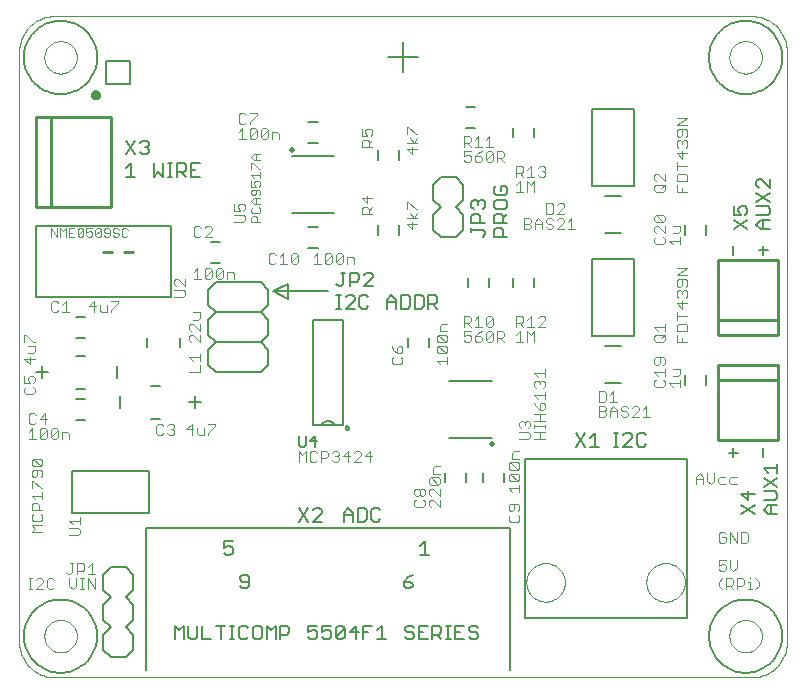
<source format=gto>
G75*
G70*
%OFA0B0*%
%FSLAX24Y24*%
%IPPOS*%
%LPD*%
%AMOC8*
5,1,8,0,0,1.08239X$1,22.5*
%
%ADD10C,0.0050*%
%ADD11C,0.0100*%
%ADD12C,0.0080*%
%ADD13C,0.0040*%
%ADD14C,0.0060*%
%ADD15C,0.0200*%
%ADD16C,0.0030*%
%ADD17C,0.0000*%
%ADD18C,0.0160*%
D10*
X002543Y003889D02*
X002545Y003959D01*
X002551Y004028D01*
X002561Y004097D01*
X002575Y004165D01*
X002592Y004233D01*
X002614Y004299D01*
X002639Y004364D01*
X002668Y004427D01*
X002701Y004489D01*
X002737Y004549D01*
X002776Y004606D01*
X002819Y004661D01*
X002864Y004714D01*
X002913Y004764D01*
X002964Y004811D01*
X003018Y004855D01*
X003074Y004896D01*
X003133Y004934D01*
X003194Y004968D01*
X003256Y004999D01*
X003320Y005026D01*
X003386Y005049D01*
X003453Y005069D01*
X003521Y005085D01*
X003589Y005097D01*
X003659Y005105D01*
X003728Y005109D01*
X003798Y005109D01*
X003867Y005105D01*
X003937Y005097D01*
X004005Y005085D01*
X004073Y005069D01*
X004140Y005049D01*
X004206Y005026D01*
X004270Y004999D01*
X004332Y004968D01*
X004393Y004934D01*
X004452Y004896D01*
X004508Y004855D01*
X004562Y004811D01*
X004613Y004764D01*
X004662Y004714D01*
X004707Y004661D01*
X004750Y004606D01*
X004789Y004549D01*
X004825Y004489D01*
X004858Y004427D01*
X004887Y004364D01*
X004912Y004299D01*
X004934Y004233D01*
X004951Y004165D01*
X004965Y004097D01*
X004975Y004028D01*
X004981Y003959D01*
X004983Y003889D01*
X004981Y003819D01*
X004975Y003750D01*
X004965Y003681D01*
X004951Y003613D01*
X004934Y003545D01*
X004912Y003479D01*
X004887Y003414D01*
X004858Y003351D01*
X004825Y003289D01*
X004789Y003229D01*
X004750Y003172D01*
X004707Y003117D01*
X004662Y003064D01*
X004613Y003014D01*
X004562Y002967D01*
X004508Y002923D01*
X004452Y002882D01*
X004393Y002844D01*
X004332Y002810D01*
X004270Y002779D01*
X004206Y002752D01*
X004140Y002729D01*
X004073Y002709D01*
X004005Y002693D01*
X003937Y002681D01*
X003867Y002673D01*
X003798Y002669D01*
X003728Y002669D01*
X003659Y002673D01*
X003589Y002681D01*
X003521Y002693D01*
X003453Y002709D01*
X003386Y002729D01*
X003320Y002752D01*
X003256Y002779D01*
X003194Y002810D01*
X003133Y002844D01*
X003074Y002882D01*
X003018Y002923D01*
X002964Y002967D01*
X002913Y003014D01*
X002864Y003064D01*
X002819Y003117D01*
X002776Y003172D01*
X002737Y003229D01*
X002701Y003289D01*
X002668Y003351D01*
X002639Y003414D01*
X002614Y003479D01*
X002592Y003545D01*
X002575Y003613D01*
X002561Y003681D01*
X002551Y003750D01*
X002545Y003819D01*
X002543Y003889D01*
X006615Y002761D02*
X006615Y007481D01*
X018745Y007481D01*
X018745Y002761D01*
X017686Y003861D02*
X017611Y003786D01*
X017461Y003786D01*
X017386Y003861D01*
X017461Y004011D02*
X017611Y004011D01*
X017686Y003936D01*
X017686Y003861D01*
X017461Y004011D02*
X017386Y004086D01*
X017386Y004161D01*
X017461Y004236D01*
X017611Y004236D01*
X017686Y004161D01*
X017226Y004236D02*
X016925Y004236D01*
X016925Y003786D01*
X017226Y003786D01*
X017075Y004011D02*
X016925Y004011D01*
X016768Y004236D02*
X016618Y004236D01*
X016693Y004236D02*
X016693Y003786D01*
X016618Y003786D02*
X016768Y003786D01*
X016458Y003786D02*
X016308Y003936D01*
X016383Y003936D02*
X016158Y003936D01*
X016158Y003786D02*
X016158Y004236D01*
X016383Y004236D01*
X016458Y004161D01*
X016458Y004011D01*
X016383Y003936D01*
X015998Y003786D02*
X015698Y003786D01*
X015698Y004236D01*
X015998Y004236D01*
X015848Y004011D02*
X015698Y004011D01*
X015537Y003936D02*
X015537Y003861D01*
X015462Y003786D01*
X015312Y003786D01*
X015237Y003861D01*
X015312Y004011D02*
X015462Y004011D01*
X015537Y003936D01*
X015537Y004161D02*
X015462Y004236D01*
X015312Y004236D01*
X015237Y004161D01*
X015237Y004086D01*
X015312Y004011D01*
X014617Y003786D02*
X014316Y003786D01*
X014466Y003786D02*
X014466Y004236D01*
X014316Y004086D01*
X014156Y004236D02*
X013856Y004236D01*
X013856Y003786D01*
X013856Y004011D02*
X014006Y004011D01*
X013696Y004011D02*
X013396Y004011D01*
X013621Y004236D01*
X013621Y003786D01*
X013235Y003861D02*
X013235Y004161D01*
X012935Y003861D01*
X013010Y003786D01*
X013160Y003786D01*
X013235Y003861D01*
X012935Y003861D02*
X012935Y004161D01*
X013010Y004236D01*
X013160Y004236D01*
X013235Y004161D01*
X012775Y004236D02*
X012475Y004236D01*
X012475Y004011D01*
X012625Y004086D01*
X012700Y004086D01*
X012775Y004011D01*
X012775Y003861D01*
X012700Y003786D01*
X012550Y003786D01*
X012475Y003861D01*
X012315Y003861D02*
X012315Y004011D01*
X012240Y004086D01*
X012165Y004086D01*
X012014Y004011D01*
X012014Y004236D01*
X012315Y004236D01*
X012315Y003861D02*
X012240Y003786D01*
X012089Y003786D01*
X012014Y003861D01*
X011394Y004011D02*
X011319Y003936D01*
X011094Y003936D01*
X011094Y003786D02*
X011094Y004236D01*
X011319Y004236D01*
X011394Y004161D01*
X011394Y004011D01*
X010933Y004236D02*
X010933Y003786D01*
X010633Y003786D02*
X010633Y004236D01*
X010783Y004086D01*
X010933Y004236D01*
X010473Y004161D02*
X010473Y003861D01*
X010398Y003786D01*
X010248Y003786D01*
X010173Y003861D01*
X010173Y004161D01*
X010248Y004236D01*
X010398Y004236D01*
X010473Y004161D01*
X010013Y004161D02*
X009938Y004236D01*
X009788Y004236D01*
X009712Y004161D01*
X009712Y003861D01*
X009788Y003786D01*
X009938Y003786D01*
X010013Y003861D01*
X009556Y003786D02*
X009406Y003786D01*
X009481Y003786D02*
X009481Y004236D01*
X009406Y004236D02*
X009556Y004236D01*
X009245Y004236D02*
X008945Y004236D01*
X009095Y004236D02*
X009095Y003786D01*
X008785Y003786D02*
X008485Y003786D01*
X008485Y004236D01*
X008325Y004236D02*
X008325Y003861D01*
X008250Y003786D01*
X008099Y003786D01*
X008024Y003861D01*
X008024Y004236D01*
X007864Y004236D02*
X007714Y004086D01*
X007564Y004236D01*
X007564Y003786D01*
X007864Y003786D02*
X007864Y004236D01*
X009748Y005552D02*
X009823Y005477D01*
X009974Y005477D01*
X010049Y005552D01*
X010049Y005852D01*
X009974Y005927D01*
X009823Y005927D01*
X009748Y005852D01*
X009748Y005777D01*
X009823Y005702D01*
X010049Y005702D01*
X009428Y006595D02*
X009278Y006595D01*
X009203Y006670D01*
X009203Y006820D02*
X009353Y006895D01*
X009428Y006895D01*
X009503Y006820D01*
X009503Y006670D01*
X009428Y006595D01*
X009203Y006820D02*
X009203Y007045D01*
X009503Y007045D01*
X011705Y007705D02*
X012005Y008155D01*
X012165Y008080D02*
X012240Y008155D01*
X012391Y008155D01*
X012466Y008080D01*
X012466Y008005D01*
X012165Y007705D01*
X012466Y007705D01*
X012005Y007705D02*
X011705Y008155D01*
X013205Y008005D02*
X013205Y007705D01*
X013205Y007930D02*
X013505Y007930D01*
X013505Y008005D02*
X013505Y007705D01*
X013665Y007705D02*
X013665Y008155D01*
X013891Y008155D01*
X013966Y008080D01*
X013966Y007780D01*
X013891Y007705D01*
X013665Y007705D01*
X013505Y008005D02*
X013355Y008155D01*
X013205Y008005D01*
X014126Y008080D02*
X014126Y007780D01*
X014201Y007705D01*
X014351Y007705D01*
X014426Y007780D01*
X014426Y008080D02*
X014351Y008155D01*
X014201Y008155D01*
X014126Y008080D01*
X015746Y006895D02*
X015897Y007045D01*
X015897Y006595D01*
X016047Y006595D02*
X015746Y006595D01*
X015501Y005927D02*
X015351Y005852D01*
X015201Y005702D01*
X015426Y005702D01*
X015501Y005627D01*
X015501Y005552D01*
X015426Y005477D01*
X015276Y005477D01*
X015201Y005552D01*
X015201Y005702D01*
X012248Y010205D02*
X012248Y010555D01*
X012073Y010380D01*
X012307Y010380D01*
X011939Y010263D02*
X011939Y010555D01*
X011705Y010555D02*
X011705Y010263D01*
X011763Y010205D01*
X011880Y010205D01*
X011939Y010263D01*
X012480Y010930D02*
X012493Y010955D01*
X012509Y010978D01*
X012527Y011000D01*
X012549Y011018D01*
X012572Y011034D01*
X012597Y011047D01*
X012624Y011056D01*
X012652Y011061D01*
X012680Y011063D01*
X012708Y011061D01*
X012736Y011056D01*
X012763Y011047D01*
X012788Y011034D01*
X012811Y011018D01*
X012833Y011000D01*
X012851Y010978D01*
X012867Y010955D01*
X012880Y010930D01*
X012955Y014805D02*
X013105Y014805D01*
X013030Y014805D02*
X013030Y015255D01*
X012955Y015255D02*
X013105Y015255D01*
X013262Y015180D02*
X013337Y015255D01*
X013487Y015255D01*
X013562Y015180D01*
X013562Y015105D01*
X013262Y014805D01*
X013562Y014805D01*
X013722Y014880D02*
X013722Y015180D01*
X013797Y015255D01*
X013948Y015255D01*
X014023Y015180D01*
X014023Y014880D02*
X013948Y014805D01*
X013797Y014805D01*
X013722Y014880D01*
X013876Y015555D02*
X014176Y015855D01*
X014176Y015930D01*
X014101Y016005D01*
X013951Y016005D01*
X013876Y015930D01*
X013716Y015930D02*
X013716Y015780D01*
X013641Y015705D01*
X013415Y015705D01*
X013415Y015555D02*
X013415Y016005D01*
X013641Y016005D01*
X013716Y015930D01*
X013876Y015555D02*
X014176Y015555D01*
X014643Y015105D02*
X014793Y015255D01*
X014943Y015105D01*
X014943Y014805D01*
X015103Y014805D02*
X015329Y014805D01*
X015404Y014880D01*
X015404Y015180D01*
X015329Y015255D01*
X015103Y015255D01*
X015103Y014805D01*
X014943Y015030D02*
X014643Y015030D01*
X014643Y015105D02*
X014643Y014805D01*
X015564Y014805D02*
X015789Y014805D01*
X015864Y014880D01*
X015864Y015180D01*
X015789Y015255D01*
X015564Y015255D01*
X015564Y014805D01*
X016024Y014805D02*
X016024Y015255D01*
X016249Y015255D01*
X016325Y015180D01*
X016325Y015030D01*
X016249Y014955D01*
X016024Y014955D01*
X016174Y014955D02*
X016325Y014805D01*
X017455Y017355D02*
X017455Y017505D01*
X017455Y017430D02*
X017830Y017430D01*
X017905Y017355D01*
X017905Y017280D01*
X017830Y017205D01*
X018205Y017205D02*
X018205Y017430D01*
X018280Y017505D01*
X018430Y017505D01*
X018505Y017430D01*
X018505Y017205D01*
X018655Y017205D02*
X018205Y017205D01*
X018205Y017665D02*
X018205Y017891D01*
X018280Y017966D01*
X018430Y017966D01*
X018505Y017891D01*
X018505Y017665D01*
X018655Y017665D02*
X018205Y017665D01*
X017905Y017665D02*
X017455Y017665D01*
X017455Y017891D01*
X017530Y017966D01*
X017680Y017966D01*
X017755Y017891D01*
X017755Y017665D01*
X017830Y018126D02*
X017905Y018201D01*
X017905Y018351D01*
X017830Y018426D01*
X017755Y018426D01*
X017680Y018351D01*
X017680Y018276D01*
X017680Y018351D02*
X017605Y018426D01*
X017530Y018426D01*
X017455Y018351D01*
X017455Y018201D01*
X017530Y018126D01*
X018205Y018201D02*
X018280Y018126D01*
X018580Y018126D01*
X018655Y018201D01*
X018655Y018351D01*
X018580Y018426D01*
X018280Y018426D01*
X018205Y018351D01*
X018205Y018201D01*
X018280Y018586D02*
X018205Y018661D01*
X018205Y018811D01*
X018280Y018886D01*
X018430Y018886D02*
X018430Y018736D01*
X018430Y018886D02*
X018580Y018886D01*
X018655Y018811D01*
X018655Y018661D01*
X018580Y018586D01*
X018280Y018586D01*
X018655Y017966D02*
X018505Y017816D01*
X013255Y016005D02*
X013105Y016005D01*
X013180Y016005D02*
X013180Y015630D01*
X013105Y015555D01*
X013030Y015555D01*
X012955Y015630D01*
X008404Y019205D02*
X008103Y019205D01*
X008103Y019655D01*
X008404Y019655D01*
X008254Y019430D02*
X008103Y019430D01*
X007943Y019430D02*
X007868Y019355D01*
X007643Y019355D01*
X007643Y019205D02*
X007643Y019655D01*
X007868Y019655D01*
X007943Y019580D01*
X007943Y019430D01*
X007793Y019355D02*
X007943Y019205D01*
X007486Y019205D02*
X007336Y019205D01*
X007411Y019205D02*
X007411Y019655D01*
X007336Y019655D02*
X007486Y019655D01*
X007176Y019655D02*
X007176Y019205D01*
X007026Y019355D01*
X006876Y019205D01*
X006876Y019655D01*
X006641Y019955D02*
X006490Y019955D01*
X006415Y020030D01*
X006255Y019955D02*
X005955Y020405D01*
X006255Y020405D02*
X005955Y019955D01*
X006105Y019655D02*
X006105Y019205D01*
X005955Y019205D02*
X006255Y019205D01*
X005955Y019505D02*
X006105Y019655D01*
X006641Y019955D02*
X006716Y020030D01*
X006716Y020105D01*
X006641Y020180D01*
X006566Y020180D01*
X006641Y020180D02*
X006716Y020255D01*
X006716Y020330D01*
X006641Y020405D01*
X006490Y020405D01*
X006415Y020330D01*
X006070Y022290D02*
X005290Y022290D01*
X005290Y023070D01*
X006070Y023070D01*
X002543Y023180D02*
X002545Y023250D01*
X002551Y023319D01*
X002561Y023388D01*
X002575Y023456D01*
X002592Y023524D01*
X002614Y023590D01*
X002639Y023655D01*
X002668Y023718D01*
X002701Y023780D01*
X002737Y023840D01*
X002776Y023897D01*
X002819Y023952D01*
X002864Y024005D01*
X002913Y024055D01*
X002964Y024102D01*
X003018Y024146D01*
X003074Y024187D01*
X003133Y024225D01*
X003194Y024259D01*
X003256Y024290D01*
X003320Y024317D01*
X003386Y024340D01*
X003453Y024360D01*
X003521Y024376D01*
X003589Y024388D01*
X003659Y024396D01*
X003728Y024400D01*
X003798Y024400D01*
X003867Y024396D01*
X003937Y024388D01*
X004005Y024376D01*
X004073Y024360D01*
X004140Y024340D01*
X004206Y024317D01*
X004270Y024290D01*
X004332Y024259D01*
X004393Y024225D01*
X004452Y024187D01*
X004508Y024146D01*
X004562Y024102D01*
X004613Y024055D01*
X004662Y024005D01*
X004707Y023952D01*
X004750Y023897D01*
X004789Y023840D01*
X004825Y023780D01*
X004858Y023718D01*
X004887Y023655D01*
X004912Y023590D01*
X004934Y023524D01*
X004951Y023456D01*
X004965Y023388D01*
X004975Y023319D01*
X004981Y023250D01*
X004983Y023180D01*
X004981Y023110D01*
X004975Y023041D01*
X004965Y022972D01*
X004951Y022904D01*
X004934Y022836D01*
X004912Y022770D01*
X004887Y022705D01*
X004858Y022642D01*
X004825Y022580D01*
X004789Y022520D01*
X004750Y022463D01*
X004707Y022408D01*
X004662Y022355D01*
X004613Y022305D01*
X004562Y022258D01*
X004508Y022214D01*
X004452Y022173D01*
X004393Y022135D01*
X004332Y022101D01*
X004270Y022070D01*
X004206Y022043D01*
X004140Y022020D01*
X004073Y022000D01*
X004005Y021984D01*
X003937Y021972D01*
X003867Y021964D01*
X003798Y021960D01*
X003728Y021960D01*
X003659Y021964D01*
X003589Y021972D01*
X003521Y021984D01*
X003453Y022000D01*
X003386Y022020D01*
X003320Y022043D01*
X003256Y022070D01*
X003194Y022101D01*
X003133Y022135D01*
X003074Y022173D01*
X003018Y022214D01*
X002964Y022258D01*
X002913Y022305D01*
X002864Y022355D01*
X002819Y022408D01*
X002776Y022463D01*
X002737Y022520D01*
X002701Y022580D01*
X002668Y022642D01*
X002639Y022705D01*
X002614Y022770D01*
X002592Y022836D01*
X002575Y022904D01*
X002561Y022972D01*
X002551Y023041D01*
X002545Y023110D01*
X002543Y023180D01*
X002940Y017550D02*
X007440Y017550D01*
X007440Y015190D01*
X002940Y015190D01*
X002940Y017550D01*
X003130Y012880D02*
X003130Y012480D01*
X002930Y012680D02*
X003330Y012680D01*
X005630Y012480D02*
X005630Y012880D01*
X005730Y011880D02*
X005730Y011480D01*
X008030Y011680D02*
X008430Y011680D01*
X008230Y011880D02*
X008230Y011480D01*
X020955Y010655D02*
X021255Y010205D01*
X021415Y010205D02*
X021716Y010205D01*
X021566Y010205D02*
X021566Y010655D01*
X021415Y010505D01*
X021255Y010655D02*
X020955Y010205D01*
X022205Y010205D02*
X022355Y010205D01*
X022280Y010205D02*
X022280Y010655D01*
X022205Y010655D02*
X022355Y010655D01*
X022512Y010580D02*
X022587Y010655D01*
X022737Y010655D01*
X022812Y010580D01*
X022812Y010505D01*
X022512Y010205D01*
X022812Y010205D01*
X022972Y010280D02*
X023047Y010205D01*
X023198Y010205D01*
X023273Y010280D01*
X022972Y010280D02*
X022972Y010580D01*
X023047Y010655D01*
X023198Y010655D01*
X023273Y010580D01*
X026030Y009995D02*
X026330Y009995D01*
X026180Y009845D02*
X026180Y010145D01*
X027180Y010145D02*
X027180Y009845D01*
X027205Y009486D02*
X027655Y009486D01*
X027655Y009336D02*
X027655Y009636D01*
X027355Y009336D02*
X027205Y009486D01*
X027205Y009176D02*
X027655Y008876D01*
X027580Y008716D02*
X027655Y008641D01*
X027655Y008490D01*
X027580Y008415D01*
X027205Y008415D01*
X027355Y008255D02*
X027205Y008105D01*
X027355Y007955D01*
X027655Y007955D01*
X027430Y007955D02*
X027430Y008255D01*
X027355Y008255D02*
X027655Y008255D01*
X027580Y008716D02*
X027205Y008716D01*
X027205Y008876D02*
X027655Y009176D01*
X026905Y008641D02*
X026455Y008641D01*
X026680Y008415D01*
X026680Y008716D01*
X026905Y008255D02*
X026455Y007955D01*
X026455Y008255D02*
X026905Y007955D01*
X025377Y003889D02*
X025379Y003959D01*
X025385Y004028D01*
X025395Y004097D01*
X025409Y004165D01*
X025426Y004233D01*
X025448Y004299D01*
X025473Y004364D01*
X025502Y004427D01*
X025535Y004489D01*
X025571Y004549D01*
X025610Y004606D01*
X025653Y004661D01*
X025698Y004714D01*
X025747Y004764D01*
X025798Y004811D01*
X025852Y004855D01*
X025908Y004896D01*
X025967Y004934D01*
X026028Y004968D01*
X026090Y004999D01*
X026154Y005026D01*
X026220Y005049D01*
X026287Y005069D01*
X026355Y005085D01*
X026423Y005097D01*
X026493Y005105D01*
X026562Y005109D01*
X026632Y005109D01*
X026701Y005105D01*
X026771Y005097D01*
X026839Y005085D01*
X026907Y005069D01*
X026974Y005049D01*
X027040Y005026D01*
X027104Y004999D01*
X027166Y004968D01*
X027227Y004934D01*
X027286Y004896D01*
X027342Y004855D01*
X027396Y004811D01*
X027447Y004764D01*
X027496Y004714D01*
X027541Y004661D01*
X027584Y004606D01*
X027623Y004549D01*
X027659Y004489D01*
X027692Y004427D01*
X027721Y004364D01*
X027746Y004299D01*
X027768Y004233D01*
X027785Y004165D01*
X027799Y004097D01*
X027809Y004028D01*
X027815Y003959D01*
X027817Y003889D01*
X027815Y003819D01*
X027809Y003750D01*
X027799Y003681D01*
X027785Y003613D01*
X027768Y003545D01*
X027746Y003479D01*
X027721Y003414D01*
X027692Y003351D01*
X027659Y003289D01*
X027623Y003229D01*
X027584Y003172D01*
X027541Y003117D01*
X027496Y003064D01*
X027447Y003014D01*
X027396Y002967D01*
X027342Y002923D01*
X027286Y002882D01*
X027227Y002844D01*
X027166Y002810D01*
X027104Y002779D01*
X027040Y002752D01*
X026974Y002729D01*
X026907Y002709D01*
X026839Y002693D01*
X026771Y002681D01*
X026701Y002673D01*
X026632Y002669D01*
X026562Y002669D01*
X026493Y002673D01*
X026423Y002681D01*
X026355Y002693D01*
X026287Y002709D01*
X026220Y002729D01*
X026154Y002752D01*
X026090Y002779D01*
X026028Y002810D01*
X025967Y002844D01*
X025908Y002882D01*
X025852Y002923D01*
X025798Y002967D01*
X025747Y003014D01*
X025698Y003064D01*
X025653Y003117D01*
X025610Y003172D01*
X025571Y003229D01*
X025535Y003289D01*
X025502Y003351D01*
X025473Y003414D01*
X025448Y003479D01*
X025426Y003545D01*
X025409Y003613D01*
X025395Y003681D01*
X025385Y003750D01*
X025379Y003819D01*
X025377Y003889D01*
X026180Y016605D02*
X026180Y016905D01*
X026205Y017455D02*
X026655Y017755D01*
X026580Y017915D02*
X026655Y017990D01*
X026655Y018141D01*
X026580Y018216D01*
X026430Y018216D01*
X026355Y018141D01*
X026355Y018066D01*
X026430Y017915D01*
X026205Y017915D01*
X026205Y018216D01*
X026205Y017755D02*
X026655Y017455D01*
X026955Y017605D02*
X027105Y017755D01*
X027405Y017755D01*
X027330Y017915D02*
X027405Y017990D01*
X027405Y018141D01*
X027330Y018216D01*
X026955Y018216D01*
X026955Y018376D02*
X027405Y018676D01*
X027405Y018836D02*
X027105Y019136D01*
X027030Y019136D01*
X026955Y019061D01*
X026955Y018911D01*
X027030Y018836D01*
X026955Y018676D02*
X027405Y018376D01*
X027405Y018836D02*
X027405Y019136D01*
X027330Y017915D02*
X026955Y017915D01*
X027180Y017755D02*
X027180Y017455D01*
X027105Y017455D02*
X026955Y017605D01*
X027105Y017455D02*
X027405Y017455D01*
X027180Y016905D02*
X027180Y016605D01*
X027030Y016755D02*
X027330Y016755D01*
X006070Y022290D02*
X006070Y023070D01*
X014680Y023180D02*
X015180Y023180D01*
X015180Y023680D01*
X015180Y023180D02*
X015180Y022680D01*
X015180Y023180D02*
X015680Y023180D01*
X025377Y023180D02*
X025379Y023250D01*
X025385Y023319D01*
X025395Y023388D01*
X025409Y023456D01*
X025426Y023524D01*
X025448Y023590D01*
X025473Y023655D01*
X025502Y023718D01*
X025535Y023780D01*
X025571Y023840D01*
X025610Y023897D01*
X025653Y023952D01*
X025698Y024005D01*
X025747Y024055D01*
X025798Y024102D01*
X025852Y024146D01*
X025908Y024187D01*
X025967Y024225D01*
X026028Y024259D01*
X026090Y024290D01*
X026154Y024317D01*
X026220Y024340D01*
X026287Y024360D01*
X026355Y024376D01*
X026423Y024388D01*
X026493Y024396D01*
X026562Y024400D01*
X026632Y024400D01*
X026701Y024396D01*
X026771Y024388D01*
X026839Y024376D01*
X026907Y024360D01*
X026974Y024340D01*
X027040Y024317D01*
X027104Y024290D01*
X027166Y024259D01*
X027227Y024225D01*
X027286Y024187D01*
X027342Y024146D01*
X027396Y024102D01*
X027447Y024055D01*
X027496Y024005D01*
X027541Y023952D01*
X027584Y023897D01*
X027623Y023840D01*
X027659Y023780D01*
X027692Y023718D01*
X027721Y023655D01*
X027746Y023590D01*
X027768Y023524D01*
X027785Y023456D01*
X027799Y023388D01*
X027809Y023319D01*
X027815Y023250D01*
X027817Y023180D01*
X027815Y023110D01*
X027809Y023041D01*
X027799Y022972D01*
X027785Y022904D01*
X027768Y022836D01*
X027746Y022770D01*
X027721Y022705D01*
X027692Y022642D01*
X027659Y022580D01*
X027623Y022520D01*
X027584Y022463D01*
X027541Y022408D01*
X027496Y022355D01*
X027447Y022305D01*
X027396Y022258D01*
X027342Y022214D01*
X027286Y022173D01*
X027227Y022135D01*
X027166Y022101D01*
X027104Y022070D01*
X027040Y022043D01*
X026974Y022020D01*
X026907Y022000D01*
X026839Y021984D01*
X026771Y021972D01*
X026701Y021964D01*
X026632Y021960D01*
X026562Y021960D01*
X026493Y021964D01*
X026423Y021972D01*
X026355Y021984D01*
X026287Y022000D01*
X026220Y022020D01*
X026154Y022043D01*
X026090Y022070D01*
X026028Y022101D01*
X025967Y022135D01*
X025908Y022173D01*
X025852Y022214D01*
X025798Y022258D01*
X025747Y022305D01*
X025698Y022355D01*
X025653Y022408D01*
X025610Y022463D01*
X025571Y022520D01*
X025535Y022580D01*
X025502Y022642D01*
X025473Y022705D01*
X025448Y022770D01*
X025426Y022836D01*
X025409Y022904D01*
X025395Y022972D01*
X025385Y023041D01*
X025379Y023110D01*
X025377Y023180D01*
D11*
X025680Y016430D02*
X027680Y016430D01*
X027680Y014430D01*
X025680Y014430D01*
X025680Y016430D01*
X025680Y014430D02*
X025680Y013930D01*
X027680Y013930D01*
X027680Y014430D01*
X027680Y012930D02*
X027680Y012430D01*
X025680Y012430D01*
X025680Y012930D01*
X027680Y012930D01*
X027680Y012430D02*
X027680Y010430D01*
X025680Y010430D01*
X025680Y012430D01*
X006180Y016680D02*
X005877Y016680D01*
X005483Y016680D02*
X005180Y016680D01*
X005430Y018180D02*
X003430Y018180D01*
X003430Y021180D01*
X005430Y021180D01*
X005430Y018180D01*
X003430Y018180D02*
X002930Y018180D01*
X002930Y021180D01*
X003430Y021180D01*
D12*
X010830Y015380D02*
X011330Y015630D01*
X011330Y015130D01*
X010830Y015380D01*
X012680Y015380D01*
X016180Y017430D02*
X016180Y017930D01*
X016430Y018180D01*
X016180Y018430D01*
X016180Y018930D01*
X016430Y019180D01*
X016930Y019180D01*
X017180Y018930D01*
X017180Y018430D01*
X016930Y018180D01*
X017180Y017930D01*
X017180Y017430D01*
X016930Y017180D01*
X016430Y017180D01*
X016180Y017430D01*
X021480Y016470D02*
X021480Y013890D01*
X022880Y013890D01*
X022880Y016470D01*
X021480Y016470D01*
X021480Y018890D02*
X021480Y021470D01*
X022880Y021470D01*
X022880Y018890D01*
X021480Y018890D01*
X013263Y010830D02*
X013265Y010845D01*
X013271Y010858D01*
X013280Y010870D01*
X013291Y010879D01*
X013305Y010885D01*
X013320Y010887D01*
X013335Y010885D01*
X013348Y010879D01*
X013360Y010870D01*
X013369Y010859D01*
X013375Y010845D01*
X013377Y010830D01*
X013375Y010815D01*
X013369Y010802D01*
X013360Y010790D01*
X013349Y010781D01*
X013335Y010775D01*
X013320Y010773D01*
X013305Y010775D01*
X013292Y010781D01*
X013280Y010790D01*
X013271Y010801D01*
X013265Y010815D01*
X013263Y010830D01*
X019230Y009780D02*
X019230Y004499D01*
X024630Y004499D01*
X024630Y009780D01*
X019230Y009780D01*
X006720Y009380D02*
X006720Y007980D01*
X004140Y007980D01*
X004140Y009380D01*
X006720Y009380D01*
X005930Y006180D02*
X005430Y006180D01*
X005180Y005930D01*
X005180Y005430D01*
X005430Y005180D01*
X005180Y004930D01*
X005180Y004430D01*
X005430Y004180D01*
X005180Y003930D01*
X005180Y003430D01*
X005430Y003180D01*
X005930Y003180D01*
X006180Y003430D01*
X006180Y003930D01*
X005930Y004180D01*
X006180Y004430D01*
X006180Y004930D01*
X005930Y005180D01*
X006180Y005430D01*
X006180Y005930D01*
X005930Y006180D01*
D13*
X004927Y005950D02*
X004687Y005950D01*
X004807Y005950D02*
X004807Y006310D01*
X004687Y006190D01*
X004559Y006130D02*
X004498Y006070D01*
X004318Y006070D01*
X004318Y005950D02*
X004318Y006310D01*
X004498Y006310D01*
X004559Y006250D01*
X004559Y006130D01*
X004539Y005810D02*
X004419Y005810D01*
X004479Y005810D02*
X004479Y005450D01*
X004419Y005450D02*
X004539Y005450D01*
X004664Y005450D02*
X004664Y005810D01*
X004905Y005450D01*
X004905Y005810D01*
X004291Y005810D02*
X004291Y005570D01*
X004171Y005450D01*
X004050Y005570D01*
X004050Y005810D01*
X004070Y005950D02*
X004130Y006010D01*
X004130Y006310D01*
X004070Y006310D02*
X004190Y006310D01*
X004070Y005950D02*
X004010Y005950D01*
X003950Y006010D01*
X003554Y005750D02*
X003494Y005810D01*
X003374Y005810D01*
X003314Y005750D01*
X003314Y005510D01*
X003374Y005450D01*
X003494Y005450D01*
X003554Y005510D01*
X003186Y005450D02*
X002946Y005450D01*
X003186Y005690D01*
X003186Y005750D01*
X003126Y005810D01*
X003006Y005810D01*
X002946Y005750D01*
X002820Y005810D02*
X002700Y005810D01*
X002760Y005810D02*
X002760Y005450D01*
X002700Y005450D02*
X002820Y005450D01*
X002800Y007350D02*
X002920Y007470D01*
X002800Y007590D01*
X003160Y007590D01*
X003100Y007718D02*
X002860Y007718D01*
X002800Y007778D01*
X002800Y007898D01*
X002860Y007959D01*
X002800Y008087D02*
X002800Y008267D01*
X002860Y008327D01*
X002980Y008327D01*
X003040Y008267D01*
X003040Y008087D01*
X003160Y008087D02*
X002800Y008087D01*
X003100Y007959D02*
X003160Y007898D01*
X003160Y007778D01*
X003100Y007718D01*
X003160Y007350D02*
X002800Y007350D01*
X004050Y007250D02*
X004350Y007250D01*
X004410Y007310D01*
X004410Y007430D01*
X004350Y007490D01*
X004050Y007490D01*
X004170Y007618D02*
X004050Y007738D01*
X004410Y007738D01*
X004410Y007618D02*
X004410Y007859D01*
X003160Y008455D02*
X003160Y008695D01*
X003160Y008575D02*
X002800Y008575D01*
X002920Y008455D01*
X002800Y008823D02*
X002800Y009063D01*
X002860Y009063D01*
X003100Y008823D01*
X003160Y008823D01*
X003100Y009192D02*
X003160Y009252D01*
X003160Y009372D01*
X003100Y009432D01*
X002860Y009432D01*
X002800Y009372D01*
X002800Y009252D01*
X002860Y009192D01*
X002920Y009192D01*
X002980Y009252D01*
X002980Y009432D01*
X003100Y009560D02*
X002860Y009560D01*
X002800Y009620D01*
X002800Y009740D01*
X002860Y009800D01*
X003100Y009560D01*
X003160Y009620D01*
X003160Y009740D01*
X003100Y009800D01*
X002860Y009800D01*
X002820Y010450D02*
X002820Y010810D01*
X002700Y010690D01*
X002700Y010450D02*
X002940Y010450D01*
X003068Y010510D02*
X003309Y010750D01*
X003309Y010510D01*
X003248Y010450D01*
X003128Y010450D01*
X003068Y010510D01*
X003068Y010750D01*
X003128Y010810D01*
X003248Y010810D01*
X003309Y010750D01*
X003437Y010750D02*
X003437Y010510D01*
X003677Y010750D01*
X003677Y010510D01*
X003617Y010450D01*
X003497Y010450D01*
X003437Y010510D01*
X003437Y010750D02*
X003497Y010810D01*
X003617Y010810D01*
X003677Y010750D01*
X003805Y010690D02*
X003985Y010690D01*
X004045Y010630D01*
X004045Y010450D01*
X003805Y010450D02*
X003805Y010690D01*
X003248Y010950D02*
X003248Y011310D01*
X003068Y011130D01*
X003309Y011130D01*
X002940Y011010D02*
X002880Y010950D01*
X002760Y010950D01*
X002700Y011010D01*
X002700Y011250D01*
X002760Y011310D01*
X002880Y011310D01*
X002940Y011250D01*
X002850Y011950D02*
X002610Y011950D01*
X002550Y012010D01*
X002550Y012130D01*
X002610Y012190D01*
X002550Y012318D02*
X002730Y012318D01*
X002670Y012438D01*
X002670Y012498D01*
X002730Y012559D01*
X002850Y012559D01*
X002910Y012498D01*
X002910Y012378D01*
X002850Y012318D01*
X002850Y012190D02*
X002910Y012130D01*
X002910Y012010D01*
X002850Y011950D01*
X002550Y012318D02*
X002550Y012559D01*
X002730Y012950D02*
X002730Y013190D01*
X002670Y013318D02*
X002850Y013318D01*
X002910Y013378D01*
X002910Y013559D01*
X002670Y013559D01*
X002550Y013687D02*
X002550Y013927D01*
X002610Y013927D01*
X002850Y013687D01*
X002910Y013687D01*
X002910Y013130D02*
X002550Y013130D01*
X002730Y012950D01*
X003510Y014700D02*
X003630Y014700D01*
X003690Y014760D01*
X003818Y014700D02*
X004059Y014700D01*
X003938Y014700D02*
X003938Y015060D01*
X003818Y014940D01*
X003690Y015000D02*
X003630Y015060D01*
X003510Y015060D01*
X003450Y015000D01*
X003450Y014760D01*
X003510Y014700D01*
X004700Y014880D02*
X004940Y014880D01*
X005068Y014940D02*
X005068Y014760D01*
X005128Y014700D01*
X005309Y014700D01*
X005309Y014940D01*
X005437Y015060D02*
X005677Y015060D01*
X005677Y015000D01*
X005437Y014760D01*
X005437Y014700D01*
X004880Y014700D02*
X004880Y015060D01*
X004700Y014880D01*
X007550Y015200D02*
X007850Y015200D01*
X007910Y015260D01*
X007910Y015380D01*
X007850Y015440D01*
X007550Y015440D01*
X007610Y015568D02*
X007550Y015628D01*
X007550Y015748D01*
X007610Y015809D01*
X007670Y015809D01*
X007910Y015568D01*
X007910Y015809D01*
X008200Y015800D02*
X008440Y015800D01*
X008320Y015800D02*
X008320Y016160D01*
X008200Y016040D01*
X008568Y016100D02*
X008628Y016160D01*
X008748Y016160D01*
X008809Y016100D01*
X008568Y015860D01*
X008628Y015800D01*
X008748Y015800D01*
X008809Y015860D01*
X008809Y016100D01*
X008937Y016100D02*
X008997Y016160D01*
X009117Y016160D01*
X009177Y016100D01*
X008937Y015860D01*
X008997Y015800D01*
X009117Y015800D01*
X009177Y015860D01*
X009177Y016100D01*
X009305Y016040D02*
X009485Y016040D01*
X009545Y015980D01*
X009545Y015800D01*
X009305Y015800D02*
X009305Y016040D01*
X008937Y016100D02*
X008937Y015860D01*
X008568Y015860D02*
X008568Y016100D01*
X008568Y017200D02*
X008809Y017440D01*
X008809Y017500D01*
X008748Y017560D01*
X008628Y017560D01*
X008568Y017500D01*
X008440Y017500D02*
X008380Y017560D01*
X008260Y017560D01*
X008200Y017500D01*
X008200Y017260D01*
X008260Y017200D01*
X008380Y017200D01*
X008440Y017260D01*
X008568Y017200D02*
X008809Y017200D01*
X009550Y017700D02*
X009850Y017700D01*
X009910Y017760D01*
X009910Y017880D01*
X009850Y017940D01*
X009550Y017940D01*
X009550Y018068D02*
X009730Y018068D01*
X009670Y018188D01*
X009670Y018248D01*
X009730Y018309D01*
X009850Y018309D01*
X009910Y018248D01*
X009910Y018128D01*
X009850Y018068D01*
X009550Y018068D02*
X009550Y018309D01*
X010760Y016660D02*
X010700Y016600D01*
X010700Y016360D01*
X010760Y016300D01*
X010880Y016300D01*
X010940Y016360D01*
X011068Y016300D02*
X011309Y016300D01*
X011188Y016300D02*
X011188Y016660D01*
X011068Y016540D01*
X010940Y016600D02*
X010880Y016660D01*
X010760Y016660D01*
X011437Y016600D02*
X011497Y016660D01*
X011617Y016660D01*
X011677Y016600D01*
X011437Y016360D01*
X011497Y016300D01*
X011617Y016300D01*
X011677Y016360D01*
X011677Y016600D01*
X011437Y016600D02*
X011437Y016360D01*
X012200Y016300D02*
X012440Y016300D01*
X012320Y016300D02*
X012320Y016660D01*
X012200Y016540D01*
X012568Y016600D02*
X012628Y016660D01*
X012748Y016660D01*
X012809Y016600D01*
X012568Y016360D01*
X012628Y016300D01*
X012748Y016300D01*
X012809Y016360D01*
X012809Y016600D01*
X012937Y016600D02*
X012997Y016660D01*
X013117Y016660D01*
X013177Y016600D01*
X012937Y016360D01*
X012997Y016300D01*
X013117Y016300D01*
X013177Y016360D01*
X013177Y016600D01*
X013305Y016540D02*
X013485Y016540D01*
X013545Y016480D01*
X013545Y016300D01*
X013305Y016300D02*
X013305Y016540D01*
X012937Y016600D02*
X012937Y016360D01*
X012568Y016360D02*
X012568Y016600D01*
X013800Y017950D02*
X013800Y018130D01*
X013860Y018190D01*
X013980Y018190D01*
X014040Y018130D01*
X014040Y017950D01*
X014160Y017950D02*
X013800Y017950D01*
X014040Y018070D02*
X014160Y018190D01*
X013980Y018318D02*
X013980Y018559D01*
X014160Y018498D02*
X013800Y018498D01*
X013980Y018318D01*
X015300Y018365D02*
X015300Y018125D01*
X015420Y017998D02*
X015540Y017818D01*
X015660Y017998D01*
X015660Y018125D02*
X015600Y018125D01*
X015360Y018365D01*
X015300Y018365D01*
X015300Y017818D02*
X015660Y017818D01*
X015660Y017630D02*
X015300Y017630D01*
X015480Y017450D01*
X015480Y017690D01*
X017260Y019700D02*
X017200Y019760D01*
X017260Y019700D02*
X017380Y019700D01*
X017440Y019760D01*
X017440Y019880D01*
X017380Y019940D01*
X017320Y019940D01*
X017200Y019880D01*
X017200Y020060D01*
X017440Y020060D01*
X017440Y020200D02*
X017320Y020320D01*
X017380Y020320D02*
X017200Y020320D01*
X017200Y020200D02*
X017200Y020560D01*
X017380Y020560D01*
X017440Y020500D01*
X017440Y020380D01*
X017380Y020320D01*
X017568Y020200D02*
X017809Y020200D01*
X017688Y020200D02*
X017688Y020560D01*
X017568Y020440D01*
X017809Y020060D02*
X017688Y020000D01*
X017568Y019880D01*
X017748Y019880D01*
X017809Y019820D01*
X017809Y019760D01*
X017748Y019700D01*
X017628Y019700D01*
X017568Y019760D01*
X017568Y019880D01*
X017937Y019760D02*
X018177Y020000D01*
X018177Y019760D01*
X018117Y019700D01*
X017997Y019700D01*
X017937Y019760D01*
X017937Y020000D01*
X017997Y020060D01*
X018117Y020060D01*
X018177Y020000D01*
X018305Y020060D02*
X018305Y019700D01*
X018305Y019820D02*
X018485Y019820D01*
X018545Y019880D01*
X018545Y020000D01*
X018485Y020060D01*
X018305Y020060D01*
X018177Y020200D02*
X017937Y020200D01*
X018057Y020200D02*
X018057Y020560D01*
X017937Y020440D01*
X018425Y019820D02*
X018545Y019700D01*
X018950Y019560D02*
X019130Y019560D01*
X019190Y019500D01*
X019190Y019380D01*
X019130Y019320D01*
X018950Y019320D01*
X018950Y019200D02*
X018950Y019560D01*
X019070Y019320D02*
X019190Y019200D01*
X019318Y019200D02*
X019559Y019200D01*
X019438Y019200D02*
X019438Y019560D01*
X019318Y019440D01*
X019687Y019500D02*
X019747Y019560D01*
X019867Y019560D01*
X019927Y019500D01*
X019927Y019440D01*
X019867Y019380D01*
X019927Y019320D01*
X019927Y019260D01*
X019867Y019200D01*
X019747Y019200D01*
X019687Y019260D01*
X019807Y019380D02*
X019867Y019380D01*
X019559Y019060D02*
X019559Y018700D01*
X019318Y018700D02*
X019318Y019060D01*
X019438Y018940D01*
X019559Y019060D01*
X019070Y019060D02*
X019070Y018700D01*
X018950Y018700D02*
X019190Y018700D01*
X018950Y018940D02*
X019070Y019060D01*
X019950Y018310D02*
X020130Y018310D01*
X020190Y018250D01*
X020190Y018010D01*
X020130Y017950D01*
X019950Y017950D01*
X019950Y018310D01*
X020318Y018250D02*
X020378Y018310D01*
X020498Y018310D01*
X020559Y018250D01*
X020559Y018190D01*
X020318Y017950D01*
X020559Y017950D01*
X020485Y017810D02*
X020365Y017810D01*
X020305Y017750D01*
X020177Y017750D02*
X020117Y017810D01*
X019997Y017810D01*
X019937Y017750D01*
X019937Y017690D01*
X019997Y017630D01*
X020117Y017630D01*
X020177Y017570D01*
X020177Y017510D01*
X020117Y017450D01*
X019997Y017450D01*
X019937Y017510D01*
X019809Y017450D02*
X019809Y017690D01*
X019688Y017810D01*
X019568Y017690D01*
X019568Y017450D01*
X019440Y017510D02*
X019380Y017450D01*
X019200Y017450D01*
X019200Y017810D01*
X019380Y017810D01*
X019440Y017750D01*
X019440Y017690D01*
X019380Y017630D01*
X019200Y017630D01*
X019380Y017630D02*
X019440Y017570D01*
X019440Y017510D01*
X019568Y017630D02*
X019809Y017630D01*
X020305Y017450D02*
X020545Y017690D01*
X020545Y017750D01*
X020485Y017810D01*
X020673Y017690D02*
X020793Y017810D01*
X020793Y017450D01*
X020673Y017450D02*
X020913Y017450D01*
X020545Y017450D02*
X020305Y017450D01*
X019867Y014560D02*
X019747Y014560D01*
X019687Y014500D01*
X019867Y014560D02*
X019927Y014500D01*
X019927Y014440D01*
X019687Y014200D01*
X019927Y014200D01*
X019559Y014200D02*
X019318Y014200D01*
X019438Y014200D02*
X019438Y014560D01*
X019318Y014440D01*
X019190Y014380D02*
X019130Y014320D01*
X018950Y014320D01*
X018950Y014200D02*
X018950Y014560D01*
X019130Y014560D01*
X019190Y014500D01*
X019190Y014380D01*
X019070Y014320D02*
X019190Y014200D01*
X019070Y014060D02*
X018950Y013940D01*
X019070Y014060D02*
X019070Y013700D01*
X018950Y013700D02*
X019190Y013700D01*
X019318Y013700D02*
X019318Y014060D01*
X019438Y013940D01*
X019559Y014060D01*
X019559Y013700D01*
X019910Y012777D02*
X019910Y012537D01*
X019910Y012657D02*
X019550Y012657D01*
X019670Y012537D01*
X019670Y012409D02*
X019730Y012349D01*
X019790Y012409D01*
X019850Y012409D01*
X019910Y012349D01*
X019910Y012229D01*
X019850Y012169D01*
X019910Y012041D02*
X019910Y011800D01*
X019910Y011921D02*
X019550Y011921D01*
X019670Y011800D01*
X019790Y011672D02*
X019730Y011612D01*
X019730Y011432D01*
X019850Y011432D01*
X019910Y011492D01*
X019910Y011612D01*
X019850Y011672D01*
X019790Y011672D01*
X019610Y011552D02*
X019730Y011432D01*
X019730Y011304D02*
X019730Y011064D01*
X019910Y011064D02*
X019550Y011064D01*
X019550Y010938D02*
X019550Y010818D01*
X019550Y010878D02*
X019910Y010878D01*
X019910Y010818D02*
X019910Y010938D01*
X019910Y010690D02*
X019550Y010690D01*
X019410Y010630D02*
X019410Y010510D01*
X019350Y010450D01*
X019050Y010450D01*
X019050Y010690D02*
X019350Y010690D01*
X019410Y010630D01*
X019350Y010818D02*
X019410Y010878D01*
X019410Y010998D01*
X019350Y011059D01*
X019290Y011059D01*
X019230Y010998D01*
X019230Y010938D01*
X019230Y010998D02*
X019170Y011059D01*
X019110Y011059D01*
X019050Y010998D01*
X019050Y010878D01*
X019110Y010818D01*
X019550Y010450D02*
X019910Y010450D01*
X019730Y010450D02*
X019730Y010690D01*
X019550Y011304D02*
X019910Y011304D01*
X019610Y011552D02*
X019550Y011672D01*
X019610Y012169D02*
X019550Y012229D01*
X019550Y012349D01*
X019610Y012409D01*
X019670Y012409D01*
X019730Y012349D02*
X019730Y012289D01*
X018545Y013700D02*
X018425Y013820D01*
X018485Y013820D02*
X018305Y013820D01*
X018305Y013700D02*
X018305Y014060D01*
X018485Y014060D01*
X018545Y014000D01*
X018545Y013880D01*
X018485Y013820D01*
X018177Y013760D02*
X018117Y013700D01*
X017997Y013700D01*
X017937Y013760D01*
X018177Y014000D01*
X018177Y013760D01*
X018177Y014000D02*
X018117Y014060D01*
X017997Y014060D01*
X017937Y014000D01*
X017937Y013760D01*
X017809Y013760D02*
X017748Y013700D01*
X017628Y013700D01*
X017568Y013760D01*
X017568Y013880D01*
X017748Y013880D01*
X017809Y013820D01*
X017809Y013760D01*
X017688Y014000D02*
X017568Y013880D01*
X017440Y013880D02*
X017440Y013760D01*
X017380Y013700D01*
X017260Y013700D01*
X017200Y013760D01*
X017200Y013880D02*
X017320Y013940D01*
X017380Y013940D01*
X017440Y013880D01*
X017440Y014060D02*
X017200Y014060D01*
X017200Y013880D01*
X017200Y014200D02*
X017200Y014560D01*
X017380Y014560D01*
X017440Y014500D01*
X017440Y014380D01*
X017380Y014320D01*
X017200Y014320D01*
X017320Y014320D02*
X017440Y014200D01*
X017568Y014200D02*
X017809Y014200D01*
X017688Y014200D02*
X017688Y014560D01*
X017568Y014440D01*
X017809Y014060D02*
X017688Y014000D01*
X017937Y014260D02*
X018177Y014500D01*
X018177Y014260D01*
X018117Y014200D01*
X017997Y014200D01*
X017937Y014260D01*
X017937Y014500D01*
X017997Y014560D01*
X018117Y014560D01*
X018177Y014500D01*
X016660Y014295D02*
X016480Y014295D01*
X016420Y014235D01*
X016420Y014055D01*
X016660Y014055D01*
X016600Y013927D02*
X016360Y013927D01*
X016600Y013687D01*
X016660Y013747D01*
X016660Y013867D01*
X016600Y013927D01*
X016360Y013927D02*
X016300Y013867D01*
X016300Y013747D01*
X016360Y013687D01*
X016600Y013687D01*
X016600Y013559D02*
X016660Y013498D01*
X016660Y013378D01*
X016600Y013318D01*
X016360Y013559D01*
X016600Y013559D01*
X016360Y013559D02*
X016300Y013498D01*
X016300Y013378D01*
X016360Y013318D01*
X016600Y013318D01*
X016660Y013190D02*
X016660Y012950D01*
X016660Y013070D02*
X016300Y013070D01*
X016420Y012950D01*
X015160Y013010D02*
X015160Y013130D01*
X015100Y013190D01*
X015100Y013318D02*
X015160Y013378D01*
X015160Y013498D01*
X015100Y013559D01*
X015040Y013559D01*
X014980Y013498D01*
X014980Y013318D01*
X015100Y013318D01*
X014980Y013318D02*
X014860Y013438D01*
X014800Y013559D01*
X014860Y013190D02*
X014800Y013130D01*
X014800Y013010D01*
X014860Y012950D01*
X015100Y012950D01*
X015160Y013010D01*
X014090Y010060D02*
X013910Y009880D01*
X014150Y009880D01*
X014090Y009700D02*
X014090Y010060D01*
X013782Y010000D02*
X013722Y010060D01*
X013602Y010060D01*
X013542Y010000D01*
X013413Y009880D02*
X013173Y009880D01*
X013353Y010060D01*
X013353Y009700D01*
X013542Y009700D02*
X013782Y009940D01*
X013782Y010000D01*
X013782Y009700D02*
X013542Y009700D01*
X013045Y009760D02*
X012985Y009700D01*
X012865Y009700D01*
X012805Y009760D01*
X012925Y009880D02*
X012985Y009880D01*
X013045Y009820D01*
X013045Y009760D01*
X012985Y009880D02*
X013045Y009940D01*
X013045Y010000D01*
X012985Y010060D01*
X012865Y010060D01*
X012805Y010000D01*
X012677Y010000D02*
X012617Y010060D01*
X012437Y010060D01*
X012437Y009700D01*
X012437Y009820D02*
X012617Y009820D01*
X012677Y009880D01*
X012677Y010000D01*
X012309Y010000D02*
X012248Y010060D01*
X012128Y010060D01*
X012068Y010000D01*
X012068Y009760D01*
X012128Y009700D01*
X012248Y009700D01*
X012309Y009760D01*
X011940Y009700D02*
X011940Y010060D01*
X011820Y009940D01*
X011700Y010060D01*
X011700Y009700D01*
X008927Y010900D02*
X008687Y010660D01*
X008687Y010600D01*
X008559Y010600D02*
X008559Y010840D01*
X008687Y010960D02*
X008927Y010960D01*
X008927Y010900D01*
X008559Y010600D02*
X008378Y010600D01*
X008318Y010660D01*
X008318Y010840D01*
X008190Y010780D02*
X007950Y010780D01*
X008130Y010960D01*
X008130Y010600D01*
X007559Y010660D02*
X007498Y010600D01*
X007378Y010600D01*
X007318Y010660D01*
X007190Y010660D02*
X007130Y010600D01*
X007010Y010600D01*
X006950Y010660D01*
X006950Y010900D01*
X007010Y010960D01*
X007130Y010960D01*
X007190Y010900D01*
X007318Y010900D02*
X007378Y010960D01*
X007498Y010960D01*
X007559Y010900D01*
X007559Y010840D01*
X007498Y010780D01*
X007559Y010720D01*
X007559Y010660D01*
X007498Y010780D02*
X007438Y010780D01*
X008050Y012700D02*
X008410Y012700D01*
X008410Y012940D01*
X008410Y013068D02*
X008410Y013309D01*
X008410Y013188D02*
X008050Y013188D01*
X008170Y013068D01*
X008110Y013700D02*
X008050Y013760D01*
X008050Y013880D01*
X008110Y013940D01*
X008170Y013940D01*
X008410Y013700D01*
X008410Y013940D01*
X008410Y014068D02*
X008170Y014309D01*
X008110Y014309D01*
X008050Y014248D01*
X008050Y014128D01*
X008110Y014068D01*
X008410Y014068D02*
X008410Y014309D01*
X008350Y014437D02*
X008410Y014497D01*
X008410Y014677D01*
X008170Y014677D01*
X008170Y014437D02*
X008350Y014437D01*
X013800Y020200D02*
X013800Y020380D01*
X013860Y020440D01*
X013980Y020440D01*
X014040Y020380D01*
X014040Y020200D01*
X014160Y020200D02*
X013800Y020200D01*
X014040Y020320D02*
X014160Y020440D01*
X014100Y020568D02*
X014160Y020628D01*
X014160Y020748D01*
X014100Y020809D01*
X013980Y020809D01*
X013920Y020748D01*
X013920Y020688D01*
X013980Y020568D01*
X013800Y020568D01*
X013800Y020809D01*
X015300Y020865D02*
X015300Y020625D01*
X015420Y020498D02*
X015540Y020318D01*
X015660Y020498D01*
X015660Y020625D02*
X015600Y020625D01*
X015360Y020865D01*
X015300Y020865D01*
X015300Y020318D02*
X015660Y020318D01*
X015660Y020130D02*
X015300Y020130D01*
X015480Y019950D01*
X015480Y020190D01*
X011045Y020450D02*
X011045Y020630D01*
X010985Y020690D01*
X010805Y020690D01*
X010805Y020450D01*
X010677Y020510D02*
X010617Y020450D01*
X010497Y020450D01*
X010437Y020510D01*
X010677Y020750D01*
X010677Y020510D01*
X010677Y020750D02*
X010617Y020810D01*
X010497Y020810D01*
X010437Y020750D01*
X010437Y020510D01*
X010309Y020510D02*
X010309Y020750D01*
X010068Y020510D01*
X010128Y020450D01*
X010248Y020450D01*
X010309Y020510D01*
X010309Y020750D02*
X010248Y020810D01*
X010128Y020810D01*
X010068Y020750D01*
X010068Y020510D01*
X009940Y020450D02*
X009700Y020450D01*
X009820Y020450D02*
X009820Y020810D01*
X009700Y020690D01*
X009760Y020950D02*
X009700Y021010D01*
X009700Y021250D01*
X009760Y021310D01*
X009880Y021310D01*
X009940Y021250D01*
X010068Y021310D02*
X010309Y021310D01*
X010309Y021250D01*
X010068Y021010D01*
X010068Y020950D01*
X009940Y021010D02*
X009880Y020950D01*
X009760Y020950D01*
X021700Y012060D02*
X021700Y011700D01*
X021880Y011700D01*
X021940Y011760D01*
X021940Y012000D01*
X021880Y012060D01*
X021700Y012060D01*
X022068Y011940D02*
X022188Y012060D01*
X022188Y011700D01*
X022068Y011700D02*
X022309Y011700D01*
X022188Y011560D02*
X022068Y011440D01*
X022068Y011200D01*
X021940Y011260D02*
X021880Y011200D01*
X021700Y011200D01*
X021700Y011560D01*
X021880Y011560D01*
X021940Y011500D01*
X021940Y011440D01*
X021880Y011380D01*
X021700Y011380D01*
X021880Y011380D02*
X021940Y011320D01*
X021940Y011260D01*
X022068Y011380D02*
X022309Y011380D01*
X022309Y011440D02*
X022309Y011200D01*
X022437Y011260D02*
X022497Y011200D01*
X022617Y011200D01*
X022677Y011260D01*
X022677Y011320D01*
X022617Y011380D01*
X022497Y011380D01*
X022437Y011440D01*
X022437Y011500D01*
X022497Y011560D01*
X022617Y011560D01*
X022677Y011500D01*
X022805Y011500D02*
X022865Y011560D01*
X022985Y011560D01*
X023045Y011500D01*
X023045Y011440D01*
X022805Y011200D01*
X023045Y011200D01*
X023173Y011200D02*
X023413Y011200D01*
X023293Y011200D02*
X023293Y011560D01*
X023173Y011440D01*
X022309Y011440D02*
X022188Y011560D01*
X023550Y012260D02*
X023610Y012200D01*
X023850Y012200D01*
X023910Y012260D01*
X023910Y012380D01*
X023850Y012440D01*
X023910Y012568D02*
X023910Y012809D01*
X023910Y012688D02*
X023550Y012688D01*
X023670Y012568D01*
X023610Y012440D02*
X023550Y012380D01*
X023550Y012260D01*
X024050Y012320D02*
X024410Y012320D01*
X024410Y012200D02*
X024410Y012440D01*
X024350Y012568D02*
X024410Y012628D01*
X024410Y012809D01*
X024170Y012809D01*
X024170Y012568D02*
X024350Y012568D01*
X024050Y012320D02*
X024170Y012200D01*
X023850Y012937D02*
X023910Y012997D01*
X023910Y013117D01*
X023850Y013177D01*
X023610Y013177D01*
X023550Y013117D01*
X023550Y012997D01*
X023610Y012937D01*
X023670Y012937D01*
X023730Y012997D01*
X023730Y013177D01*
X023850Y013700D02*
X023610Y013700D01*
X023550Y013760D01*
X023550Y013880D01*
X023610Y013940D01*
X023850Y013940D01*
X023910Y013880D01*
X023910Y013760D01*
X023850Y013700D01*
X023790Y013820D02*
X023910Y013940D01*
X023910Y014068D02*
X023910Y014309D01*
X023910Y014188D02*
X023550Y014188D01*
X023670Y014068D01*
X024300Y014068D02*
X024300Y014248D01*
X024360Y014309D01*
X024600Y014309D01*
X024660Y014248D01*
X024660Y014068D01*
X024300Y014068D01*
X024300Y013940D02*
X024300Y013700D01*
X024660Y013700D01*
X024480Y013700D02*
X024480Y013820D01*
X024300Y014437D02*
X024300Y014677D01*
X024300Y014557D02*
X024660Y014557D01*
X024480Y014805D02*
X024480Y015045D01*
X024600Y015173D02*
X024660Y015233D01*
X024660Y015353D01*
X024600Y015413D01*
X024540Y015413D01*
X024480Y015353D01*
X024480Y015293D01*
X024480Y015353D02*
X024420Y015413D01*
X024360Y015413D01*
X024300Y015353D01*
X024300Y015233D01*
X024360Y015173D01*
X024300Y014985D02*
X024480Y014805D01*
X024660Y014985D02*
X024300Y014985D01*
X024360Y015542D02*
X024420Y015542D01*
X024480Y015602D01*
X024480Y015782D01*
X024600Y015782D02*
X024360Y015782D01*
X024300Y015722D01*
X024300Y015602D01*
X024360Y015542D01*
X024600Y015542D02*
X024660Y015602D01*
X024660Y015722D01*
X024600Y015782D01*
X024660Y015910D02*
X024300Y015910D01*
X024660Y016150D01*
X024300Y016150D01*
X024410Y016950D02*
X024410Y017190D01*
X024410Y017070D02*
X024050Y017070D01*
X024170Y016950D01*
X023910Y017010D02*
X023910Y017130D01*
X023850Y017190D01*
X023910Y017318D02*
X023670Y017559D01*
X023610Y017559D01*
X023550Y017498D01*
X023550Y017378D01*
X023610Y017318D01*
X023610Y017190D02*
X023550Y017130D01*
X023550Y017010D01*
X023610Y016950D01*
X023850Y016950D01*
X023910Y017010D01*
X023910Y017318D02*
X023910Y017559D01*
X023850Y017687D02*
X023610Y017687D01*
X023550Y017747D01*
X023550Y017867D01*
X023610Y017927D01*
X023850Y017687D01*
X023910Y017747D01*
X023910Y017867D01*
X023850Y017927D01*
X023610Y017927D01*
X024170Y017559D02*
X024410Y017559D01*
X024410Y017378D01*
X024350Y017318D01*
X024170Y017318D01*
X024300Y018700D02*
X024300Y018940D01*
X024300Y019068D02*
X024300Y019248D01*
X024360Y019309D01*
X024600Y019309D01*
X024660Y019248D01*
X024660Y019068D01*
X024300Y019068D01*
X024480Y018820D02*
X024480Y018700D01*
X024660Y018700D02*
X024300Y018700D01*
X023910Y018760D02*
X023850Y018700D01*
X023610Y018700D01*
X023550Y018760D01*
X023550Y018880D01*
X023610Y018940D01*
X023850Y018940D01*
X023910Y018880D01*
X023910Y018760D01*
X023790Y018820D02*
X023910Y018940D01*
X023910Y019068D02*
X023670Y019309D01*
X023610Y019309D01*
X023550Y019248D01*
X023550Y019128D01*
X023610Y019068D01*
X023910Y019068D02*
X023910Y019309D01*
X024300Y019437D02*
X024300Y019677D01*
X024300Y019557D02*
X024660Y019557D01*
X024480Y019805D02*
X024480Y020045D01*
X024600Y020173D02*
X024660Y020233D01*
X024660Y020353D01*
X024600Y020413D01*
X024540Y020413D01*
X024480Y020353D01*
X024480Y020293D01*
X024480Y020353D02*
X024420Y020413D01*
X024360Y020413D01*
X024300Y020353D01*
X024300Y020233D01*
X024360Y020173D01*
X024300Y019985D02*
X024480Y019805D01*
X024660Y019985D02*
X024300Y019985D01*
X024360Y020542D02*
X024420Y020542D01*
X024480Y020602D01*
X024480Y020782D01*
X024600Y020782D02*
X024360Y020782D01*
X024300Y020722D01*
X024300Y020602D01*
X024360Y020542D01*
X024600Y020542D02*
X024660Y020602D01*
X024660Y020722D01*
X024600Y020782D01*
X024660Y020910D02*
X024300Y020910D01*
X024660Y021150D01*
X024300Y021150D01*
X019060Y010045D02*
X018880Y010045D01*
X018820Y009985D01*
X018820Y009805D01*
X019060Y009805D01*
X019000Y009677D02*
X018760Y009677D01*
X019000Y009437D01*
X019060Y009497D01*
X019060Y009617D01*
X019000Y009677D01*
X018760Y009677D02*
X018700Y009617D01*
X018700Y009497D01*
X018760Y009437D01*
X019000Y009437D01*
X019000Y009309D02*
X019060Y009248D01*
X019060Y009128D01*
X019000Y009068D01*
X018760Y009309D01*
X019000Y009309D01*
X018760Y009309D02*
X018700Y009248D01*
X018700Y009128D01*
X018760Y009068D01*
X019000Y009068D01*
X019060Y008940D02*
X019060Y008700D01*
X019060Y008820D02*
X018700Y008820D01*
X018820Y008700D01*
X018880Y008309D02*
X018880Y008128D01*
X018820Y008068D01*
X018760Y008068D01*
X018700Y008128D01*
X018700Y008248D01*
X018760Y008309D01*
X019000Y008309D01*
X019060Y008248D01*
X019060Y008128D01*
X019000Y008068D01*
X019000Y007940D02*
X019060Y007880D01*
X019060Y007760D01*
X019000Y007700D01*
X018760Y007700D01*
X018700Y007760D01*
X018700Y007880D01*
X018760Y007940D01*
X016410Y008200D02*
X016170Y008440D01*
X016110Y008440D01*
X016050Y008380D01*
X016050Y008260D01*
X016110Y008200D01*
X015910Y008260D02*
X015910Y008380D01*
X015850Y008440D01*
X015850Y008568D02*
X015790Y008568D01*
X015730Y008628D01*
X015730Y008748D01*
X015790Y008809D01*
X015850Y008809D01*
X015910Y008748D01*
X015910Y008628D01*
X015850Y008568D01*
X015730Y008628D02*
X015670Y008568D01*
X015610Y008568D01*
X015550Y008628D01*
X015550Y008748D01*
X015610Y008809D01*
X015670Y008809D01*
X015730Y008748D01*
X016050Y008748D02*
X016050Y008628D01*
X016110Y008568D01*
X016050Y008748D02*
X016110Y008809D01*
X016170Y008809D01*
X016410Y008568D01*
X016410Y008809D01*
X016350Y008937D02*
X016110Y009177D01*
X016350Y009177D01*
X016410Y009117D01*
X016410Y008997D01*
X016350Y008937D01*
X016110Y008937D01*
X016050Y008997D01*
X016050Y009117D01*
X016110Y009177D01*
X016170Y009305D02*
X016170Y009485D01*
X016230Y009545D01*
X016410Y009545D01*
X016410Y009305D02*
X016170Y009305D01*
X016410Y008440D02*
X016410Y008200D01*
X015910Y008260D02*
X015850Y008200D01*
X015610Y008200D01*
X015550Y008260D01*
X015550Y008380D01*
X015610Y008440D01*
X024950Y008950D02*
X024950Y009190D01*
X025070Y009310D01*
X025190Y009190D01*
X025190Y008950D01*
X025318Y009070D02*
X025438Y008950D01*
X025559Y009070D01*
X025559Y009310D01*
X025687Y009130D02*
X025687Y009010D01*
X025747Y008950D01*
X025927Y008950D01*
X026055Y009010D02*
X026115Y008950D01*
X026295Y008950D01*
X026295Y009190D02*
X026115Y009190D01*
X026055Y009130D01*
X026055Y009010D01*
X025927Y009190D02*
X025747Y009190D01*
X025687Y009130D01*
X025318Y009070D02*
X025318Y009310D01*
X025190Y009130D02*
X024950Y009130D01*
X025760Y007360D02*
X025700Y007300D01*
X025700Y007060D01*
X025760Y007000D01*
X025880Y007000D01*
X025940Y007060D01*
X025940Y007180D01*
X025820Y007180D01*
X025940Y007300D02*
X025880Y007360D01*
X025760Y007360D01*
X026068Y007360D02*
X026068Y007000D01*
X026309Y007000D02*
X026068Y007360D01*
X026309Y007360D02*
X026309Y007000D01*
X026437Y007000D02*
X026437Y007360D01*
X026617Y007360D01*
X026677Y007300D01*
X026677Y007060D01*
X026617Y007000D01*
X026437Y007000D01*
X026309Y006410D02*
X026309Y006170D01*
X026188Y006050D01*
X026068Y006170D01*
X026068Y006410D01*
X025940Y006410D02*
X025700Y006410D01*
X025700Y006230D01*
X025820Y006290D01*
X025880Y006290D01*
X025940Y006230D01*
X025940Y006110D01*
X025880Y006050D01*
X025760Y006050D01*
X025700Y006110D01*
X025820Y005810D02*
X025700Y005690D01*
X025700Y005570D01*
X025820Y005450D01*
X025946Y005450D02*
X025946Y005810D01*
X026126Y005810D01*
X026186Y005750D01*
X026186Y005630D01*
X026126Y005570D01*
X025946Y005570D01*
X026066Y005570D02*
X026186Y005450D01*
X026314Y005450D02*
X026314Y005810D01*
X026494Y005810D01*
X026554Y005750D01*
X026554Y005630D01*
X026494Y005570D01*
X026314Y005570D01*
X026682Y005450D02*
X026802Y005450D01*
X026742Y005450D02*
X026742Y005690D01*
X026682Y005690D01*
X026742Y005810D02*
X026742Y005870D01*
X026928Y005810D02*
X027048Y005690D01*
X027048Y005570D01*
X026928Y005450D01*
D14*
X025280Y012270D02*
X025280Y012590D01*
X024580Y012590D02*
X024580Y012270D01*
X022460Y012310D02*
X021900Y012310D01*
X021900Y013550D02*
X022460Y013550D01*
X019530Y015520D02*
X019530Y015840D01*
X018830Y015840D02*
X018830Y015520D01*
X018030Y015520D02*
X018030Y015840D01*
X017330Y015840D02*
X017330Y015520D01*
X016030Y013840D02*
X016030Y013520D01*
X015330Y013520D02*
X015330Y013840D01*
X016720Y012380D02*
X018140Y012380D01*
X018140Y010480D02*
X016720Y010480D01*
X016580Y009340D02*
X016580Y009020D01*
X017280Y009020D02*
X017280Y009340D01*
X017830Y009340D02*
X017830Y009020D01*
X018530Y009020D02*
X018530Y009340D01*
X013180Y010930D02*
X013180Y014430D01*
X012180Y014430D01*
X012180Y010930D01*
X012480Y010930D01*
X012880Y010930D01*
X013180Y010930D01*
X010680Y012930D02*
X010680Y013430D01*
X010430Y013680D01*
X008930Y013680D01*
X008680Y013930D01*
X008680Y014430D01*
X008930Y014680D01*
X008680Y014930D01*
X008680Y015430D01*
X008930Y015680D01*
X010430Y015680D01*
X010680Y015430D01*
X010680Y014930D01*
X010430Y014680D01*
X008930Y014680D01*
X008930Y013680D02*
X008680Y013430D01*
X008680Y012930D01*
X008930Y012680D01*
X010430Y012680D01*
X010680Y012930D01*
X010430Y013680D02*
X010680Y013930D01*
X010680Y014430D01*
X010430Y014680D01*
X009090Y016330D02*
X008770Y016330D01*
X008770Y017030D02*
X009090Y017030D01*
X011470Y017980D02*
X012890Y017980D01*
X012340Y017530D02*
X012020Y017530D01*
X012020Y016830D02*
X012340Y016830D01*
X014330Y017270D02*
X014330Y017590D01*
X015030Y017590D02*
X015030Y017270D01*
X015030Y019770D02*
X015030Y020090D01*
X014330Y020090D02*
X014330Y019770D01*
X012890Y019880D02*
X011470Y019880D01*
X012020Y020330D02*
X012340Y020330D01*
X012340Y021030D02*
X012020Y021030D01*
X017270Y020830D02*
X017590Y020830D01*
X017590Y021530D02*
X017270Y021530D01*
X018830Y020840D02*
X018830Y020520D01*
X019530Y020520D02*
X019530Y020840D01*
X021900Y018550D02*
X022460Y018550D01*
X022460Y017310D02*
X021900Y017310D01*
X024580Y017270D02*
X024580Y017590D01*
X025280Y017590D02*
X025280Y017270D01*
X007730Y013840D02*
X007730Y013520D01*
X006630Y013520D02*
X006630Y013840D01*
X006770Y012230D02*
X007090Y012230D01*
X007090Y011130D02*
X006770Y011130D01*
X004590Y011080D02*
X004270Y011080D01*
X004270Y011780D02*
X004590Y011780D01*
X004590Y012130D02*
X004270Y012130D01*
X004270Y013230D02*
X004590Y013230D01*
X004590Y013830D02*
X004270Y013830D01*
X004270Y014530D02*
X004590Y014530D01*
D15*
X011480Y020080D03*
X018130Y010280D03*
D16*
X010415Y017695D02*
X010125Y017695D01*
X010125Y017840D01*
X010173Y017888D01*
X010270Y017888D01*
X010318Y017840D01*
X010318Y017695D01*
X010367Y017990D02*
X010173Y017990D01*
X010125Y018038D01*
X010125Y018135D01*
X010173Y018183D01*
X010222Y018284D02*
X010125Y018381D01*
X010222Y018478D01*
X010415Y018478D01*
X010367Y018579D02*
X010415Y018627D01*
X010415Y018724D01*
X010367Y018772D01*
X010173Y018772D01*
X010125Y018724D01*
X010125Y018627D01*
X010173Y018579D01*
X010222Y018579D01*
X010270Y018627D01*
X010270Y018772D01*
X010270Y018874D02*
X010222Y018970D01*
X010222Y019019D01*
X010270Y019067D01*
X010367Y019067D01*
X010415Y019019D01*
X010415Y018922D01*
X010367Y018874D01*
X010270Y018874D02*
X010125Y018874D01*
X010125Y019067D01*
X010222Y019168D02*
X010125Y019265D01*
X010415Y019265D01*
X010415Y019168D02*
X010415Y019362D01*
X010415Y019463D02*
X010367Y019463D01*
X010173Y019656D01*
X010125Y019656D01*
X010125Y019463D01*
X010222Y019758D02*
X010125Y019854D01*
X010222Y019951D01*
X010415Y019951D01*
X010270Y019951D02*
X010270Y019758D01*
X010222Y019758D02*
X010415Y019758D01*
X010270Y018478D02*
X010270Y018284D01*
X010222Y018284D02*
X010415Y018284D01*
X010367Y018183D02*
X010415Y018135D01*
X010415Y018038D01*
X010367Y017990D01*
X005996Y017437D02*
X005947Y017485D01*
X005851Y017485D01*
X005802Y017437D01*
X005802Y017243D01*
X005851Y017195D01*
X005947Y017195D01*
X005996Y017243D01*
X005701Y017243D02*
X005653Y017195D01*
X005556Y017195D01*
X005508Y017243D01*
X005406Y017243D02*
X005406Y017437D01*
X005358Y017485D01*
X005261Y017485D01*
X005213Y017437D01*
X005213Y017388D01*
X005261Y017340D01*
X005406Y017340D01*
X005406Y017243D02*
X005358Y017195D01*
X005261Y017195D01*
X005213Y017243D01*
X005112Y017243D02*
X005112Y017437D01*
X004918Y017243D01*
X004967Y017195D01*
X005063Y017195D01*
X005112Y017243D01*
X004918Y017243D02*
X004918Y017437D01*
X004967Y017485D01*
X005063Y017485D01*
X005112Y017437D01*
X004817Y017485D02*
X004624Y017485D01*
X004624Y017340D01*
X004720Y017388D01*
X004769Y017388D01*
X004817Y017340D01*
X004817Y017243D01*
X004769Y017195D01*
X004672Y017195D01*
X004624Y017243D01*
X004522Y017243D02*
X004522Y017437D01*
X004329Y017243D01*
X004377Y017195D01*
X004474Y017195D01*
X004522Y017243D01*
X004329Y017243D02*
X004329Y017437D01*
X004377Y017485D01*
X004474Y017485D01*
X004522Y017437D01*
X004228Y017485D02*
X004034Y017485D01*
X004034Y017195D01*
X004228Y017195D01*
X004131Y017340D02*
X004034Y017340D01*
X003933Y017485D02*
X003933Y017195D01*
X003740Y017195D02*
X003740Y017485D01*
X003836Y017388D01*
X003933Y017485D01*
X003638Y017485D02*
X003638Y017195D01*
X003445Y017485D01*
X003445Y017195D01*
X005508Y017388D02*
X005556Y017340D01*
X005653Y017340D01*
X005701Y017292D01*
X005701Y017243D01*
X005701Y017437D02*
X005653Y017485D01*
X005556Y017485D01*
X005508Y017437D01*
X005508Y017388D01*
D17*
X003566Y002511D02*
X026794Y002511D01*
X026860Y002513D01*
X026926Y002518D01*
X026992Y002528D01*
X027057Y002541D01*
X027121Y002557D01*
X027184Y002577D01*
X027246Y002601D01*
X027306Y002628D01*
X027365Y002658D01*
X027422Y002692D01*
X027477Y002729D01*
X027530Y002769D01*
X027581Y002811D01*
X027629Y002857D01*
X027675Y002905D01*
X027717Y002956D01*
X027757Y003009D01*
X027794Y003064D01*
X027828Y003121D01*
X027858Y003180D01*
X027885Y003240D01*
X027909Y003302D01*
X027929Y003365D01*
X027945Y003429D01*
X027958Y003494D01*
X027968Y003560D01*
X027973Y003626D01*
X027975Y003692D01*
X027975Y023377D01*
X027973Y023443D01*
X027968Y023509D01*
X027958Y023575D01*
X027945Y023640D01*
X027929Y023704D01*
X027909Y023767D01*
X027885Y023829D01*
X027858Y023889D01*
X027828Y023948D01*
X027794Y024005D01*
X027757Y024060D01*
X027717Y024113D01*
X027675Y024164D01*
X027629Y024212D01*
X027581Y024258D01*
X027530Y024300D01*
X027477Y024340D01*
X027422Y024377D01*
X027365Y024411D01*
X027306Y024441D01*
X027246Y024468D01*
X027184Y024492D01*
X027121Y024512D01*
X027057Y024528D01*
X026992Y024541D01*
X026926Y024551D01*
X026860Y024556D01*
X026794Y024558D01*
X003566Y024558D01*
X003500Y024556D01*
X003434Y024551D01*
X003368Y024541D01*
X003303Y024528D01*
X003239Y024512D01*
X003176Y024492D01*
X003114Y024468D01*
X003054Y024441D01*
X002995Y024411D01*
X002938Y024377D01*
X002883Y024340D01*
X002830Y024300D01*
X002779Y024258D01*
X002731Y024212D01*
X002685Y024164D01*
X002643Y024113D01*
X002603Y024060D01*
X002566Y024005D01*
X002532Y023948D01*
X002502Y023889D01*
X002475Y023829D01*
X002451Y023767D01*
X002431Y023704D01*
X002415Y023640D01*
X002402Y023575D01*
X002392Y023509D01*
X002387Y023443D01*
X002385Y023377D01*
X002385Y003692D01*
X002387Y003626D01*
X002392Y003560D01*
X002402Y003494D01*
X002415Y003429D01*
X002431Y003365D01*
X002451Y003302D01*
X002475Y003240D01*
X002502Y003180D01*
X002532Y003121D01*
X002566Y003064D01*
X002603Y003009D01*
X002643Y002956D01*
X002685Y002905D01*
X002731Y002857D01*
X002779Y002811D01*
X002830Y002769D01*
X002883Y002729D01*
X002938Y002692D01*
X002995Y002658D01*
X003054Y002628D01*
X003114Y002601D01*
X003176Y002577D01*
X003239Y002557D01*
X003303Y002541D01*
X003368Y002528D01*
X003434Y002518D01*
X003500Y002513D01*
X003566Y002511D01*
X003222Y003889D02*
X003224Y003935D01*
X003230Y003980D01*
X003239Y004025D01*
X003253Y004069D01*
X003270Y004112D01*
X003291Y004153D01*
X003315Y004192D01*
X003342Y004229D01*
X003372Y004263D01*
X003406Y004295D01*
X003441Y004324D01*
X003479Y004350D01*
X003519Y004372D01*
X003561Y004391D01*
X003605Y004406D01*
X003649Y004418D01*
X003694Y004426D01*
X003740Y004430D01*
X003786Y004430D01*
X003832Y004426D01*
X003877Y004418D01*
X003921Y004406D01*
X003965Y004391D01*
X004007Y004372D01*
X004047Y004350D01*
X004085Y004324D01*
X004120Y004295D01*
X004154Y004263D01*
X004184Y004229D01*
X004211Y004192D01*
X004235Y004153D01*
X004256Y004112D01*
X004273Y004069D01*
X004287Y004025D01*
X004296Y003980D01*
X004302Y003935D01*
X004304Y003889D01*
X004302Y003843D01*
X004296Y003798D01*
X004287Y003753D01*
X004273Y003709D01*
X004256Y003666D01*
X004235Y003625D01*
X004211Y003586D01*
X004184Y003549D01*
X004154Y003515D01*
X004120Y003483D01*
X004085Y003454D01*
X004047Y003428D01*
X004007Y003406D01*
X003965Y003387D01*
X003921Y003372D01*
X003877Y003360D01*
X003832Y003352D01*
X003786Y003348D01*
X003740Y003348D01*
X003694Y003352D01*
X003649Y003360D01*
X003605Y003372D01*
X003561Y003387D01*
X003519Y003406D01*
X003479Y003428D01*
X003441Y003454D01*
X003406Y003483D01*
X003372Y003515D01*
X003342Y003549D01*
X003315Y003586D01*
X003291Y003625D01*
X003270Y003666D01*
X003253Y003709D01*
X003239Y003753D01*
X003230Y003798D01*
X003224Y003843D01*
X003222Y003889D01*
X019290Y005680D02*
X019292Y005730D01*
X019298Y005780D01*
X019308Y005829D01*
X019321Y005878D01*
X019339Y005925D01*
X019360Y005971D01*
X019384Y006014D01*
X019412Y006056D01*
X019443Y006096D01*
X019477Y006133D01*
X019514Y006167D01*
X019554Y006198D01*
X019596Y006226D01*
X019639Y006250D01*
X019685Y006271D01*
X019732Y006289D01*
X019781Y006302D01*
X019830Y006312D01*
X019880Y006318D01*
X019930Y006320D01*
X019980Y006318D01*
X020030Y006312D01*
X020079Y006302D01*
X020128Y006289D01*
X020175Y006271D01*
X020221Y006250D01*
X020264Y006226D01*
X020306Y006198D01*
X020346Y006167D01*
X020383Y006133D01*
X020417Y006096D01*
X020448Y006056D01*
X020476Y006014D01*
X020500Y005971D01*
X020521Y005925D01*
X020539Y005878D01*
X020552Y005829D01*
X020562Y005780D01*
X020568Y005730D01*
X020570Y005680D01*
X020568Y005630D01*
X020562Y005580D01*
X020552Y005531D01*
X020539Y005482D01*
X020521Y005435D01*
X020500Y005389D01*
X020476Y005346D01*
X020448Y005304D01*
X020417Y005264D01*
X020383Y005227D01*
X020346Y005193D01*
X020306Y005162D01*
X020264Y005134D01*
X020221Y005110D01*
X020175Y005089D01*
X020128Y005071D01*
X020079Y005058D01*
X020030Y005048D01*
X019980Y005042D01*
X019930Y005040D01*
X019880Y005042D01*
X019830Y005048D01*
X019781Y005058D01*
X019732Y005071D01*
X019685Y005089D01*
X019639Y005110D01*
X019596Y005134D01*
X019554Y005162D01*
X019514Y005193D01*
X019477Y005227D01*
X019443Y005264D01*
X019412Y005304D01*
X019384Y005346D01*
X019360Y005389D01*
X019339Y005435D01*
X019321Y005482D01*
X019308Y005531D01*
X019298Y005580D01*
X019292Y005630D01*
X019290Y005680D01*
X023290Y005680D02*
X023292Y005730D01*
X023298Y005780D01*
X023308Y005829D01*
X023321Y005878D01*
X023339Y005925D01*
X023360Y005971D01*
X023384Y006014D01*
X023412Y006056D01*
X023443Y006096D01*
X023477Y006133D01*
X023514Y006167D01*
X023554Y006198D01*
X023596Y006226D01*
X023639Y006250D01*
X023685Y006271D01*
X023732Y006289D01*
X023781Y006302D01*
X023830Y006312D01*
X023880Y006318D01*
X023930Y006320D01*
X023980Y006318D01*
X024030Y006312D01*
X024079Y006302D01*
X024128Y006289D01*
X024175Y006271D01*
X024221Y006250D01*
X024264Y006226D01*
X024306Y006198D01*
X024346Y006167D01*
X024383Y006133D01*
X024417Y006096D01*
X024448Y006056D01*
X024476Y006014D01*
X024500Y005971D01*
X024521Y005925D01*
X024539Y005878D01*
X024552Y005829D01*
X024562Y005780D01*
X024568Y005730D01*
X024570Y005680D01*
X024568Y005630D01*
X024562Y005580D01*
X024552Y005531D01*
X024539Y005482D01*
X024521Y005435D01*
X024500Y005389D01*
X024476Y005346D01*
X024448Y005304D01*
X024417Y005264D01*
X024383Y005227D01*
X024346Y005193D01*
X024306Y005162D01*
X024264Y005134D01*
X024221Y005110D01*
X024175Y005089D01*
X024128Y005071D01*
X024079Y005058D01*
X024030Y005048D01*
X023980Y005042D01*
X023930Y005040D01*
X023880Y005042D01*
X023830Y005048D01*
X023781Y005058D01*
X023732Y005071D01*
X023685Y005089D01*
X023639Y005110D01*
X023596Y005134D01*
X023554Y005162D01*
X023514Y005193D01*
X023477Y005227D01*
X023443Y005264D01*
X023412Y005304D01*
X023384Y005346D01*
X023360Y005389D01*
X023339Y005435D01*
X023321Y005482D01*
X023308Y005531D01*
X023298Y005580D01*
X023292Y005630D01*
X023290Y005680D01*
X026056Y003889D02*
X026058Y003935D01*
X026064Y003980D01*
X026073Y004025D01*
X026087Y004069D01*
X026104Y004112D01*
X026125Y004153D01*
X026149Y004192D01*
X026176Y004229D01*
X026206Y004263D01*
X026240Y004295D01*
X026275Y004324D01*
X026313Y004350D01*
X026353Y004372D01*
X026395Y004391D01*
X026439Y004406D01*
X026483Y004418D01*
X026528Y004426D01*
X026574Y004430D01*
X026620Y004430D01*
X026666Y004426D01*
X026711Y004418D01*
X026755Y004406D01*
X026799Y004391D01*
X026841Y004372D01*
X026881Y004350D01*
X026919Y004324D01*
X026954Y004295D01*
X026988Y004263D01*
X027018Y004229D01*
X027045Y004192D01*
X027069Y004153D01*
X027090Y004112D01*
X027107Y004069D01*
X027121Y004025D01*
X027130Y003980D01*
X027136Y003935D01*
X027138Y003889D01*
X027136Y003843D01*
X027130Y003798D01*
X027121Y003753D01*
X027107Y003709D01*
X027090Y003666D01*
X027069Y003625D01*
X027045Y003586D01*
X027018Y003549D01*
X026988Y003515D01*
X026954Y003483D01*
X026919Y003454D01*
X026881Y003428D01*
X026841Y003406D01*
X026799Y003387D01*
X026755Y003372D01*
X026711Y003360D01*
X026666Y003352D01*
X026620Y003348D01*
X026574Y003348D01*
X026528Y003352D01*
X026483Y003360D01*
X026439Y003372D01*
X026395Y003387D01*
X026353Y003406D01*
X026313Y003428D01*
X026275Y003454D01*
X026240Y003483D01*
X026206Y003515D01*
X026176Y003549D01*
X026149Y003586D01*
X026125Y003625D01*
X026104Y003666D01*
X026087Y003709D01*
X026073Y003753D01*
X026064Y003798D01*
X026058Y003843D01*
X026056Y003889D01*
X026056Y023180D02*
X026058Y023226D01*
X026064Y023271D01*
X026073Y023316D01*
X026087Y023360D01*
X026104Y023403D01*
X026125Y023444D01*
X026149Y023483D01*
X026176Y023520D01*
X026206Y023554D01*
X026240Y023586D01*
X026275Y023615D01*
X026313Y023641D01*
X026353Y023663D01*
X026395Y023682D01*
X026439Y023697D01*
X026483Y023709D01*
X026528Y023717D01*
X026574Y023721D01*
X026620Y023721D01*
X026666Y023717D01*
X026711Y023709D01*
X026755Y023697D01*
X026799Y023682D01*
X026841Y023663D01*
X026881Y023641D01*
X026919Y023615D01*
X026954Y023586D01*
X026988Y023554D01*
X027018Y023520D01*
X027045Y023483D01*
X027069Y023444D01*
X027090Y023403D01*
X027107Y023360D01*
X027121Y023316D01*
X027130Y023271D01*
X027136Y023226D01*
X027138Y023180D01*
X027136Y023134D01*
X027130Y023089D01*
X027121Y023044D01*
X027107Y023000D01*
X027090Y022957D01*
X027069Y022916D01*
X027045Y022877D01*
X027018Y022840D01*
X026988Y022806D01*
X026954Y022774D01*
X026919Y022745D01*
X026881Y022719D01*
X026841Y022697D01*
X026799Y022678D01*
X026755Y022663D01*
X026711Y022651D01*
X026666Y022643D01*
X026620Y022639D01*
X026574Y022639D01*
X026528Y022643D01*
X026483Y022651D01*
X026439Y022663D01*
X026395Y022678D01*
X026353Y022697D01*
X026313Y022719D01*
X026275Y022745D01*
X026240Y022774D01*
X026206Y022806D01*
X026176Y022840D01*
X026149Y022877D01*
X026125Y022916D01*
X026104Y022957D01*
X026087Y023000D01*
X026073Y023044D01*
X026064Y023089D01*
X026058Y023134D01*
X026056Y023180D01*
X003222Y023180D02*
X003224Y023226D01*
X003230Y023271D01*
X003239Y023316D01*
X003253Y023360D01*
X003270Y023403D01*
X003291Y023444D01*
X003315Y023483D01*
X003342Y023520D01*
X003372Y023554D01*
X003406Y023586D01*
X003441Y023615D01*
X003479Y023641D01*
X003519Y023663D01*
X003561Y023682D01*
X003605Y023697D01*
X003649Y023709D01*
X003694Y023717D01*
X003740Y023721D01*
X003786Y023721D01*
X003832Y023717D01*
X003877Y023709D01*
X003921Y023697D01*
X003965Y023682D01*
X004007Y023663D01*
X004047Y023641D01*
X004085Y023615D01*
X004120Y023586D01*
X004154Y023554D01*
X004184Y023520D01*
X004211Y023483D01*
X004235Y023444D01*
X004256Y023403D01*
X004273Y023360D01*
X004287Y023316D01*
X004296Y023271D01*
X004302Y023226D01*
X004304Y023180D01*
X004302Y023134D01*
X004296Y023089D01*
X004287Y023044D01*
X004273Y023000D01*
X004256Y022957D01*
X004235Y022916D01*
X004211Y022877D01*
X004184Y022840D01*
X004154Y022806D01*
X004120Y022774D01*
X004085Y022745D01*
X004047Y022719D01*
X004007Y022697D01*
X003965Y022678D01*
X003921Y022663D01*
X003877Y022651D01*
X003832Y022643D01*
X003786Y022639D01*
X003740Y022639D01*
X003694Y022643D01*
X003649Y022651D01*
X003605Y022663D01*
X003561Y022678D01*
X003519Y022697D01*
X003479Y022719D01*
X003441Y022745D01*
X003406Y022774D01*
X003372Y022806D01*
X003342Y022840D01*
X003315Y022877D01*
X003291Y022916D01*
X003270Y022957D01*
X003253Y023000D01*
X003239Y023044D01*
X003230Y023089D01*
X003224Y023134D01*
X003222Y023180D01*
D18*
X004850Y021930D02*
X004852Y021947D01*
X004857Y021964D01*
X004866Y021978D01*
X004878Y021991D01*
X004893Y022001D01*
X004909Y022007D01*
X004926Y022010D01*
X004943Y022009D01*
X004960Y022004D01*
X004975Y021996D01*
X004988Y021985D01*
X004999Y021971D01*
X005006Y021956D01*
X005010Y021939D01*
X005010Y021921D01*
X005006Y021904D01*
X004999Y021889D01*
X004988Y021875D01*
X004975Y021864D01*
X004960Y021856D01*
X004943Y021851D01*
X004926Y021850D01*
X004909Y021853D01*
X004893Y021859D01*
X004878Y021869D01*
X004866Y021882D01*
X004857Y021896D01*
X004852Y021913D01*
X004850Y021930D01*
M02*

</source>
